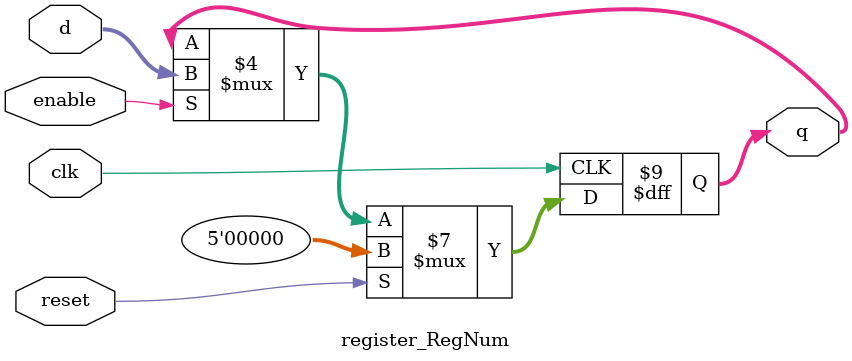
<source format=v>
module pipelined_machine(clk, reset);
    input        clk, reset;

    wire [31:0]  PC;
    wire [31:2]  next_PC, PC_plus4, PC_target;
    wire [31:0]  inst;

    wire [31:0]  imm = {{ 16{inst[15]} }, inst[15:0] };  // sign-extended immediate
    wire [4:0]   rs = inst[25:21];
    wire [4:0]   rt = inst[20:16];
    wire [4:0]   rd = inst[15:11];
    wire [5:0]   opcode = inst[31:26];
    wire [5:0]   funct = inst[5:0];

    wire [4:0]   wr_regnum;
    wire [2:0]   ALUOp;

    wire         RegWrite, BEQ, ALUSrc, MemRead, MemWrite, MemToReg, RegDst;
    wire         PCSrc, zero;
    wire [31:0]  rd1_data, rd2_data, B_data, alu_out_data, load_data, wr_data;

    wire [29:0]  temp_PCp4_IF, temp_PCp4_DE;
    wire [31:0]  temp_inst_IF, temp_alu_out_DE, temp_alu_out_MW, temp_rd2_DE, temp_rd2_MW;
    wire         temp_RegWrite_DE, temp_BEQ_DE, temp_aluSrc_DE, temp_MemRead_DE, temp_MemWrite_DE, temp_MemToReg_DE, temp_RegDst_DE;
    wire [2:0]   temp_AluOp_DE, temp_AluOp_MW;
    wire [4:0]   temp_wrRegnum_DE, temp_wrRegnum_MW;

    wire         ForwardA, ForwardB, stall;
    wire [31:0]  temp_rd1_data, temp_rd2_data;

    assign ForwardA = (rs != 5'b0) & (rs == temp_wrRegnum_MW) & RegWrite;
    assign ForwardB = (rt != 5'b0) & (rt == temp_wrRegnum_MW) & RegWrite;

    assign stall = (((temp_wrRegnum_MW == rs) & (rs != 5'b0)) | ((temp_wrRegnum_MW == rt) & (rt != 5'b0)) & (rt != wr_regnum)) & MemRead;

    // DO NOT comment out or rename this module
    // or the test bench will break
    register #(30, 30'h100000) PC_reg(PC[31:2], next_PC[31:2], clk, /* enable */1'b1, reset);

    assign PC[1:0] = 2'b0;  // bottom bits hard coded to 00
    adder30 next_PC_adder(PC_plus4, PC[31:2], 30'h1);
    register_pc pipeline_reg_IF(temp_PCp4_IF, PC_plus4, clk, ~stall, (PCSrc |reset));  //PC_plus4
    adder30 target_PC_adder(PC_target, temp_PCp4_IF, imm[29:0]);
    mux2v #(30) branch_mux(next_PC, PC_plus4, PC_target, PCSrc);
    assign PCSrc = BEQ & zero;

    // DO NOT comment out or rename this module
    // or the test bench will break
    instruction_memory imem(temp_inst_IF, PC[31:2]);
    register inst_IF(inst, temp_inst_IF, clk, ~stall, (PCSrc | reset));

    mips_decode decode(ALUOp, RegWrite, BEQ, ALUSrc, MemRead, MemWrite, MemToReg, RegDst,
                      opcode, funct);

    // Pipeline
    register_decode1 rRegWrite_DE(RegWrite, temp_RegWrite_DE, clk, 1'b1, reset);
    register_decode1 rMemRead_DE(MemRead, temp_MemRead_DE, clk, 1'b1, reset);
    register_decode1 rMemWrite_DE(MemWrite, temp_MemWrite_DE, clk, 1'b1, reset);
    register_decode1 rMemToReg_DE(MemToReg, temp_MemToReg_DE, clk, 1'b1, reset);

    // DO NOT comment out or rename this module
    // or the test bench will break
    regfile rf (temp_rd1_data, temp_rd2_data,
               rs, rt, temp_wrRegnum_MW, wr_data,
               RegWrite, clk, reset);

    mux2v #(32) forwardMuxA(rd1_data, temp_rd1_data, alu_out_data, ForwardA);
    mux2v #(32) forwardMuxB(temp_rd2_DE, temp_rd2_data, alu_out_data, ForwardB);
    mux2v #(32) imm_mux(B_data, temp_rd2_DE, imm, ALUSrc);
    alu32 alu(temp_alu_out_DE, zero, ALUOp, rd1_data, B_data);

    register alu_out_IF(alu_out_data, temp_alu_out_DE, clk, 1'b1, reset);
    register rd2_data_DE(rd2_data, temp_rd2_DE, clk, 1'b1, reset);

    // DO NOT comment out or rename this module
    // or the test bench will break
    data_mem data_memory(load_data, alu_out_data, rd2_data, MemRead, MemWrite, clk, reset);

    mux2v #(32) wb_mux(wr_data, alu_out_data, load_data, MemToReg);
    mux2v #(5) rd_mux(wr_regnum, rt, rd, RegDst);

    register_RegNum rRegNum_DE(temp_wrRegnum_MW, wr_regnum, clk, 1'b1, reset);

endmodule // pipelined_machine

module register_pc(q, d, clk, enable, reset);

   parameter
            width = 30,
            reset_value = 0;

   output [(width-1):0] q;
   reg    [(width-1):0] q;
   input  [(width-1):0] d;
   input                clk, enable, reset;

   always@(posedge clk)
     if (reset == 1'b1)
       q <= reset_value;
     else if (enable == 1'b1)
       q <= d;

endmodule // register

module register_decode1(q, d, clk, enable, reset);

   parameter
            width = 1,
            reset_value = 0;

   output [(width-1):0] q;
   reg    [(width-1):0] q;
   input  [(width-1):0] d;
   input                clk, enable, reset;

   always@(posedge clk)
     if (reset == 1'b1)
       q <= reset_value;
     else if (enable == 1'b1)
       q <= d;

endmodule // register

module register_decode_3(q, d, clk, enable, reset);

   parameter
            width = 3,
            reset_value = 0;

   output [(width-1):0] q;
   reg    [(width-1):0] q;
   input  [(width-1):0] d;
   input                clk, enable, reset;

   always@(posedge clk)
     if (reset == 1'b1)
       q <= reset_value;
     else if (enable == 1'b1)
       q <= d;

endmodule // register

module register_RegNum(q, d, clk, enable, reset);

   parameter
            width = 5,
            reset_value = 0;

   output [(width-1):0] q;
   reg    [(width-1):0] q;
   input  [(width-1):0] d;
   input                clk, enable, reset;

   always@(posedge clk)
     if (reset == 1'b1)
       q <= reset_value;
     else if (enable == 1'b1)
       q <= d;

endmodule // register

</source>
